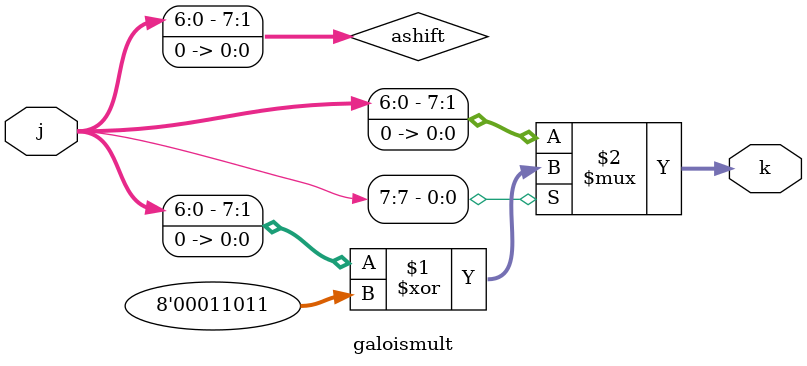
<source format=sv>

module galoismult(input  logic [7:0] j,
                  output logic [7:0] k);

    logic [7:0] ashift;
    
    assign ashift = {j[6:0], 1'b0};
    assign k = j[7] ? (ashift ^ 8'b00011011) : ashift;
endmodule
</source>
